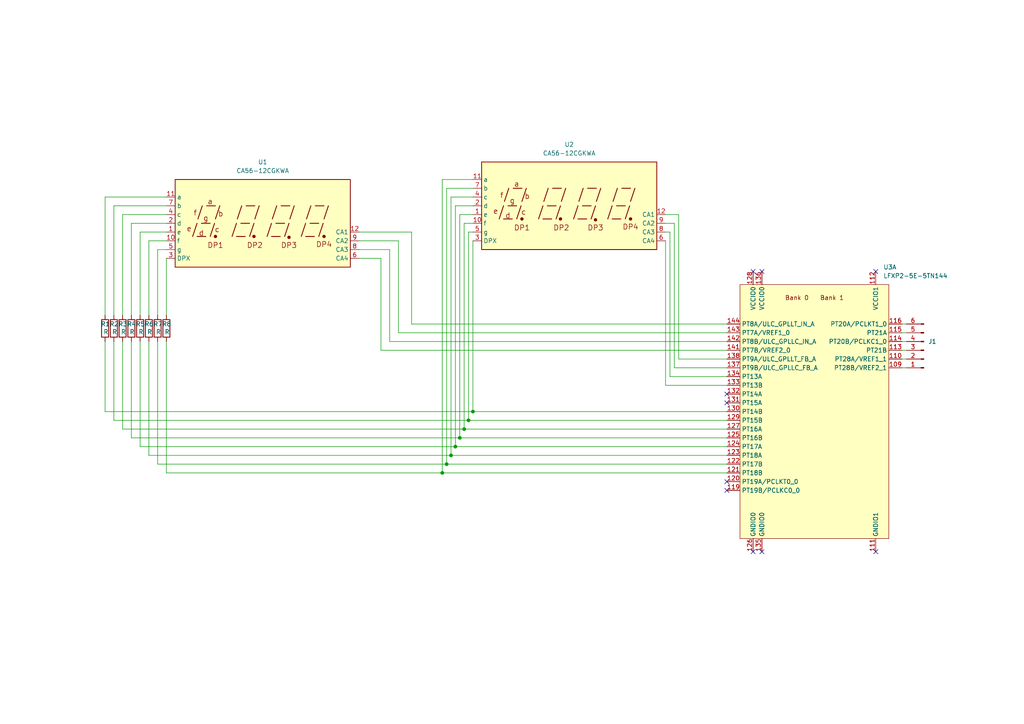
<source format=kicad_sch>
(kicad_sch (version 20231120) (generator "eeschema") (generator_version "8.0")
  (paper "A4")
  (lib_symbols
    (symbol "Connector:Conn_01x06_Pin" (pin_names (offset 1.016) hide)
      (property "Reference" "J" (at 0 7.62 0))
      (property "Value" "Conn_01x06_Pin" (at 0 -10.16 0))
      (symbol "Conn_01x06_Pin_1_1"
        (polyline (pts (xy 1.27 -7.62) (xy 0.8636 -7.62)) (stroke (width 0.1524)))
        (polyline (pts (xy 1.27 -5.08) (xy 0.8636 -5.08)) (stroke (width 0.1524)))
        (polyline (pts (xy 1.27 -2.54) (xy 0.8636 -2.54)) (stroke (width 0.1524)))
        (polyline (pts (xy 1.27 0) (xy 0.8636 0)) (stroke (width 0.1524)))
        (polyline (pts (xy 1.27 2.54) (xy 0.8636 2.54)) (stroke (width 0.1524)))
        (polyline (pts (xy 1.27 5.08) (xy 0.8636 5.08)) (stroke (width 0.1524)))
        (rectangle (start 0.8636 -7.493) (end 0 -7.747) (stroke (width 0.1524)) (fill (type outline)))
        (rectangle (start 0.8636 -4.953) (end 0 -5.207) (stroke (width 0.1524)) (fill (type outline)))
        (rectangle (start 0.8636 -2.413) (end 0 -2.667) (stroke (width 0.1524)) (fill (type outline)))
        (rectangle (start 0.8636 0.127) (end 0 -0.127) (stroke (width 0.1524)) (fill (type outline)))
        (rectangle (start 0.8636 2.667) (end 0 2.413) (stroke (width 0.1524)) (fill (type outline)))
        (rectangle (start 0.8636 5.207) (end 0 4.953) (stroke (width 0.1524)) (fill (type outline)))
        (pin passive line (at 5.08 5.08 180) (length 3.81) (name "Pin_1") (number "1"))
        (pin passive line (at 5.08 2.54 180) (length 3.81) (name "Pin_2") (number "2"))
        (pin passive line (at 5.08 0 180) (length 3.81) (name "Pin_3") (number "3"))
        (pin passive line (at 5.08 -2.54 180) (length 3.81) (name "Pin_4") (number "4"))
        (pin passive line (at 5.08 -5.08 180) (length 3.81) (name "Pin_5") (number "5"))
        (pin passive line (at 5.08 -7.62 180) (length 3.81) (name "Pin_6") (number "6"))
      )
    )
    (symbol "Device:R" (pin_numbers hide) (pin_names (offset 0))
      (property "Reference" "R" (at 2.032 0 90))
      (property "Value" "R" (at 0 0 90))
      (symbol "R_0_1"
        (rectangle (start -1.016 -2.54) (end 1.016 2.54) (stroke (width 0.254)))
      )
      (symbol "R_1_1"
        (pin passive line (at 0 3.81 270) (length 1.27) (name "~") (number "1"))
        (pin passive line (at 0 -3.81 90) (length 1.27) (name "~") (number "2"))
      )
    )
    (symbol "Display_Character:CA56-12CGKWA"
      (property "Reference" "U" (at -24.13 13.97 0))
      (property "Value" "CA56-12CGKWA" (at 17.78 13.97 0))
      (symbol "CA56-12CGKWA_0_0"
        (rectangle (start -25.4 12.7) (end 25.4 -12.7) (stroke (width 0.254)) (fill (type background)))
        (polyline (pts (xy -20.32 -3.81) (xy -19.05 0)) (stroke (width 0.254)))
        (polyline (pts (xy -19.05 -3.81) (xy -16.51 -3.81)) (stroke (width 0.254)))
        (polyline (pts (xy -18.796 1.27) (xy -17.526 5.08)) (stroke (width 0.254)))
        (polyline (pts (xy -17.78 0) (xy -15.24 0)) (stroke (width 0.254)))
        (polyline (pts (xy -16.256 5.08) (xy -13.716 5.08)) (stroke (width 0.254)))
        (polyline (pts (xy -15.24 -3.81) (xy -13.97 0)) (stroke (width 0.254)))
        (polyline (pts (xy -13.716 1.27) (xy -12.446 5.08)) (stroke (width 0.254)))
        (polyline (pts (xy -8.89 -3.81) (xy -7.62 0)) (stroke (width 0.254)))
        (polyline (pts (xy -7.62 -3.81) (xy -5.08 -3.81)) (stroke (width 0.254)))
        (polyline (pts (xy -7.366 1.27) (xy -6.096 5.08)) (stroke (width 0.254)))
        (polyline (pts (xy -6.35 0) (xy -3.81 0)) (stroke (width 0.254)))
        (polyline (pts (xy -4.826 5.08) (xy -2.286 5.08)) (stroke (width 0.254)))
        (polyline (pts (xy -3.81 -3.81) (xy -2.54 0)) (stroke (width 0.254)))
        (polyline (pts (xy -2.286 1.27) (xy -1.016 5.08)) (stroke (width 0.254)))
        (polyline (pts (xy 1.27 -3.81) (xy 2.54 0)) (stroke (width 0.254)))
        (polyline (pts (xy 2.54 -3.81) (xy 5.08 -3.81)) (stroke (width 0.254)))
        (polyline (pts (xy 2.794 1.27) (xy 4.064 5.08)) (stroke (width 0.254)))
        (polyline (pts (xy 3.81 0) (xy 6.35 0)) (stroke (width 0.254)))
        (polyline (pts (xy 5.334 5.08) (xy 7.874 5.08)) (stroke (width 0.254)))
        (polyline (pts (xy 6.35 -3.81) (xy 7.62 0)) (stroke (width 0.254)))
        (polyline (pts (xy 7.874 1.27) (xy 9.144 5.08)) (stroke (width 0.254)))
        (polyline (pts (xy 11.176 -3.81) (xy 12.446 0)) (stroke (width 0.254)))
        (polyline (pts (xy 12.446 -3.81) (xy 14.986 -3.81)) (stroke (width 0.254)))
        (polyline (pts (xy 12.7 1.27) (xy 13.97 5.08)) (stroke (width 0.254)))
        (polyline (pts (xy 13.716 0) (xy 16.256 0)) (stroke (width 0.254)))
        (polyline (pts (xy 15.24 5.08) (xy 17.78 5.08)) (stroke (width 0.254)))
        (polyline (pts (xy 16.256 -3.81) (xy 17.526 0)) (stroke (width 0.254)))
        (polyline (pts (xy 17.78 1.27) (xy 19.05 5.08)) (stroke (width 0.254)))
        (text "a" (at -15.24 6.35 0) (effects (font (size 1.524 1.524))))
        (text "b" (at -12.192 2.794 0) (effects (font (size 1.524 1.524))))
        (text "c" (at -13.208 -1.778 0) (effects (font (size 1.524 1.524))))
        (text "d" (at -17.78 -2.794 0) (effects (font (size 1.524 1.524))))
        (text "DP1" (at -13.716 -6.35 0) (effects (font (size 1.524 1.524))))
        (text "DP2" (at -2.286 -6.35 0) (effects (font (size 1.524 1.524))))
        (text "DP3" (at 7.62 -6.35 0) (effects (font (size 1.524 1.524))))
        (text "DP4" (at 17.78 -6.096 0) (effects (font (size 1.524 1.524))))
        (text "e" (at -21.336 -1.524 0) (effects (font (size 1.524 1.524))))
        (text "f" (at -19.558 3.048 0) (effects (font (size 1.524 1.524))))
        (text "g" (at -16.51 1.524 0) (effects (font (size 1.524 1.524))))
      )
      (symbol "CA56-12CGKWA_0_1"
        (circle (center -13.716 -3.81) (radius 0.3556) (stroke (width 0.254)) (fill (type outline)))
        (circle (center -2.54 -3.81) (radius 0.3556) (stroke (width 0.254)) (fill (type outline)))
      )
      (symbol "CA56-12CGKWA_1_0"
        (circle (center 7.62 -4.064) (radius 0.3556) (stroke (width 0.254)) (fill (type outline)))
        (circle (center 17.78 -3.81) (radius 0.3556) (stroke (width 0.254)) (fill (type outline)))
      )
      (symbol "CA56-12CGKWA_1_1"
        (pin input line (at -27.94 -2.54 0) (length 2.54) (name "e") (number "1"))
        (pin input line (at -27.94 -5.08 0) (length 2.54) (name "f") (number "10"))
        (pin input line (at -27.94 7.62 0) (length 2.54) (name "a") (number "11"))
        (pin input line (at 27.94 -2.54 180) (length 2.54) (name "CA1") (number "12"))
        (pin input line (at -27.94 0 0) (length 2.54) (name "d") (number "2"))
        (pin input line (at -27.94 -10.16 0) (length 2.54) (name "DPX") (number "3"))
        (pin input line (at -27.94 2.54 0) (length 2.54) (name "c") (number "4"))
        (pin input line (at -27.94 -7.62 0) (length 2.54) (name "g") (number "5"))
        (pin input line (at 27.94 -10.16 180) (length 2.54) (name "CA4") (number "6"))
        (pin input line (at -27.94 5.08 0) (length 2.54) (name "b") (number "7"))
        (pin input line (at 27.94 -7.62 180) (length 2.54) (name "CA3") (number "8"))
        (pin input line (at 27.94 -5.08 180) (length 2.54) (name "CA2") (number "9"))
      )
    )
    (symbol "FPGA_Lattice:LFXP2-5E-5TN144"
      (property "Reference" "U" (at 0 0 0))
      (property "Value" "LFXP2-5E-5TN144" (at 0 -2.54 0))
      (symbol "LFXP2-5E-5TN144_1_0"
        (text "Bank 0" (at -5.08 33.02 0) (effects (font (size 1.27 1.27))))
        (text "Bank 1" (at 5.08 33.02 0) (effects (font (size 1.27 1.27))))
      )
      (symbol "LFXP2-5E-5TN144_1_1"
        (rectangle (start -21.59 36.83) (end 21.59 -36.83) (fill (type background)))
        (pin bidirectional line (at 25.4 12.7 180) (length 3.81) (name "PT28B/VREF2_1") (number "109"))
        (pin bidirectional line (at 25.4 15.24 180) (length 3.81) (name "PT28A/VREF1_1") (number "110"))
        (pin power_in line (at 17.78 -40.64 90) (length 3.81) (name "GNDIO1") (number "111"))
        (pin power_in line (at 17.78 40.64 270) (length 3.81) (name "VCCIO1") (number "112"))
        (pin bidirectional line (at 25.4 17.78 180) (length 3.81) (name "PT21B") (number "113"))
        (pin bidirectional line (at 25.4 20.32 180) (length 3.81) (name "PT20B/PCLKC1_0") (number "114"))
        (pin bidirectional line (at 25.4 22.86 180) (length 3.81) (name "PT21A") (number "115"))
        (pin bidirectional line (at 25.4 25.4 180) (length 3.81) (name "PT20A/PCLKT1_0") (number "116"))
        (pin bidirectional line (at -25.4 -22.86 0) (length 3.81) (name "PT19B/PCLKC0_0") (number "119"))
        (pin bidirectional line (at -25.4 -20.32 0) (length 3.81) (name "PT19A/PCLKT0_0") (number "120"))
        (pin bidirectional line (at -25.4 -17.78 0) (length 3.81) (name "PT18B") (number "121"))
        (pin bidirectional line (at -25.4 -15.24 0) (length 3.81) (name "PT17B") (number "122"))
        (pin bidirectional line (at -25.4 -12.7 0) (length 3.81) (name "PT18A") (number "123"))
        (pin bidirectional line (at -25.4 -10.16 0) (length 3.81) (name "PT17A") (number "124"))
        (pin bidirectional line (at -25.4 -7.62 0) (length 3.81) (name "PT16B") (number "125"))
        (pin power_in line (at -17.78 -40.64 90) (length 3.81) (name "GNDIO0") (number "126"))
        (pin bidirectional line (at -25.4 -5.08 0) (length 3.81) (name "PT16A") (number "127"))
        (pin power_in line (at -17.78 40.64 270) (length 3.81) (name "VCCIO0") (number "128"))
        (pin bidirectional line (at -25.4 -2.54 0) (length 3.81) (name "PT15B") (number "129"))
        (pin bidirectional line (at -25.4 0 0) (length 3.81) (name "PT14B") (number "130"))
        (pin bidirectional line (at -25.4 2.54 0) (length 3.81) (name "PT15A") (number "131"))
        (pin bidirectional line (at -25.4 5.08 0) (length 3.81) (name "PT14A") (number "132"))
        (pin bidirectional line (at -25.4 7.62 0) (length 3.81) (name "PT13B") (number "133"))
        (pin bidirectional line (at -25.4 10.16 0) (length 3.81) (name "PT13A") (number "134"))
        (pin power_in line (at -15.24 -40.64 90) (length 3.81) (name "GNDIO0") (number "135"))
        (pin power_in line (at -15.24 40.64 270) (length 3.81) (name "VCCIO0") (number "136"))
        (pin bidirectional line (at -25.4 12.7 0) (length 3.81) (name "PT9B/ULC_GPLLC_FB_A") (number "137"))
        (pin bidirectional line (at -25.4 15.24 0) (length 3.81) (name "PT9A/ULC_GPLLT_FB_A") (number "138"))
        (pin bidirectional line (at -25.4 17.78 0) (length 3.81) (name "PT7B/VREF2_0") (number "141"))
        (pin bidirectional line (at -25.4 20.32 0) (length 3.81) (name "PT8B/ULC_GPLLC_IN_A") (number "142"))
        (pin bidirectional line (at -25.4 22.86 0) (length 3.81) (name "PT7A/VREF1_0") (number "143"))
        (pin bidirectional line (at -25.4 25.4 0) (length 3.81) (name "PT8A/ULC_GPLLT_IN_A") (number "144"))
      )
      (symbol "LFXP2-5E-5TN144_2_0"
        (text "Bank 2" (at -5.08 30.48 0) (effects (font (size 1.27 1.27))))
        (text "Bank 3" (at 5.08 30.48 0) (effects (font (size 1.27 1.27))))
      )
      (symbol "LFXP2-5E-5TN144_2_1"
        (rectangle (start -21.59 34.29) (end 21.59 -34.29) (fill (type background)))
        (pin bidirectional line (at -25.4 7.62 0) (length 3.81) (name "PR6B") (number "100"))
        (pin bidirectional line (at -25.4 10.16 0) (length 3.81) (name "PR7A") (number "101"))
        (pin bidirectional line (at -25.4 12.7 0) (length 3.81) (name "PR6A") (number "102"))
        (pin bidirectional line (at -25.4 15.24 0) (length 3.81) (name "PR5B") (number "103"))
        (pin bidirectional line (at -25.4 17.78 0) (length 3.81) (name "PR5A") (number "104"))
        (pin power_in line (at -15.24 38.1 270) (length 3.81) (name "VCCIO2") (number "105"))
        (pin power_in line (at -15.24 -38.1 90) (length 3.81) (name "GNDIO2") (number "106"))
        (pin bidirectional line (at -25.4 20.32 0) (length 3.81) (name "PR2B/VREF2_2") (number "107"))
        (pin bidirectional line (at -25.4 22.86 0) (length 3.81) (name "PR2A/VREF1_2") (number "108"))
        (pin bidirectional line (at 25.4 15.24 180) (length 3.81) (name "PR24A/VREF1_3") (number "73"))
        (pin bidirectional line (at 25.4 17.78 180) (length 3.81) (name "PR24B/VREF2_3") (number "74"))
        (pin power_in line (at 17.78 -38.1 90) (length 3.81) (name "GNDIO3") (number "75"))
        (pin power_in line (at 17.78 38.1 270) (length 3.81) (name "VCCIO3") (number "76"))
        (pin bidirectional line (at 25.4 20.32 180) (length 3.81) (name "PR14B/PCLK3_0") (number "77"))
        (pin bidirectional line (at 25.4 22.86 180) (length 3.81) (name "PR14A/PCLKT3_0") (number "78"))
        (pin bidirectional line (at -25.4 -20.32 0) (length 3.81) (name "PR12B/PCLK2_0") (number "87"))
        (pin bidirectional line (at -25.4 -17.78 0) (length 3.81) (name "PR12A/PCLKT2_0") (number "88"))
        (pin bidirectional line (at -25.4 -15.24 0) (length 3.81) (name "PR11B") (number "89"))
        (pin bidirectional line (at -25.4 -12.7 0) (length 3.81) (name "PR11A") (number "90"))
        (pin bidirectional line (at -25.4 -10.16 0) (length 3.81) (name "PR10B") (number "91"))
        (pin bidirectional line (at -25.4 -7.62 0) (length 3.81) (name "PR9B") (number "92"))
        (pin bidirectional line (at -25.4 -5.08 0) (length 3.81) (name "PR10A") (number "93"))
        (pin bidirectional line (at -25.4 -2.54 0) (length 3.81) (name "PR9A") (number "94"))
        (pin power_in line (at -17.78 38.1 270) (length 3.81) (name "VCCIO2") (number "95"))
        (pin bidirectional line (at -25.4 0 0) (length 3.81) (name "PR8B") (number "96"))
        (pin power_in line (at -17.78 -38.1 90) (length 3.81) (name "GNDIO2") (number "97"))
        (pin bidirectional line (at -25.4 2.54 0) (length 3.81) (name "PR8A") (number "98"))
        (pin bidirectional line (at -25.4 5.08 0) (length 3.81) (name "PR7B") (number "99"))
      )
      (symbol "LFXP2-5E-5TN144_3_0"
        (text "Bank 4" (at -5.08 30.48 0) (effects (font (size 1.27 1.27))))
        (text "Bank 5" (at 5.08 30.48 0) (effects (font (size 1.27 1.27))))
      )
      (symbol "LFXP2-5E-5TN144_3_1"
        (rectangle (start -21.59 34.29) (end 21.59 -34.29) (fill (type background)))
        (pin bidirectional line (at 25.4 22.86 180) (length 3.81) (name "PB8A") (number "37"))
        (pin bidirectional line (at 25.4 20.32 180) (length 3.81) (name "PB7A/VREF1_5") (number "38"))
        (pin bidirectional line (at 25.4 17.78 180) (length 3.81) (name "PB8B") (number "39"))
        (pin bidirectional line (at 25.4 15.24 180) (length 3.81) (name "PB7B/VREF2_5") (number "40"))
        (pin power_in line (at 17.78 -38.1 90) (length 3.81) (name "GNDIO5") (number "41"))
        (pin power_in line (at 17.78 38.1 270) (length 3.81) (name "VCCIO5") (number "42"))
        (pin bidirectional line (at 25.4 12.7 180) (length 3.81) (name "PB13B") (number "43"))
        (pin bidirectional line (at 25.4 10.16 180) (length 3.81) (name "PB13A") (number "44"))
        (pin bidirectional line (at 25.4 7.62 180) (length 3.81) (name "PB15A") (number "45"))
        (pin bidirectional line (at 25.4 5.08 180) (length 3.81) (name "PB14A") (number "46"))
        (pin bidirectional line (at 25.4 2.54 180) (length 3.81) (name "PB15B") (number "47"))
        (pin bidirectional line (at 25.4 0 180) (length 3.81) (name "PB14B") (number "48"))
        (pin power_in line (at 15.24 38.1 270) (length 3.81) (name "VCCIO5") (number "49"))
        (pin bidirectional line (at 25.4 -2.54 180) (length 3.81) (name "PB16A") (number "50"))
        (pin power_in line (at 15.24 -38.1 90) (length 3.81) (name "GNDIO5") (number "51"))
        (pin bidirectional line (at 25.4 -5.08 180) (length 3.81) (name "PB16B") (number "52"))
        (pin bidirectional line (at 25.4 -7.62 180) (length 3.81) (name "PB17A") (number "53"))
        (pin bidirectional line (at 25.4 -10.16 180) (length 3.81) (name "PB17B") (number "54"))
        (pin bidirectional line (at 25.4 -12.7 180) (length 3.81) (name "PB18A") (number "55"))
        (pin bidirectional line (at 25.4 -15.24 180) (length 3.81) (name "PB19A/PCLKT5_0") (number "56"))
        (pin bidirectional line (at 25.4 -17.78 180) (length 3.81) (name "PB18B") (number "57"))
        (pin bidirectional line (at 25.4 -20.32 180) (length 3.81) (name "PB19B/PCLKC5_0") (number "58"))
        (pin bidirectional line (at -25.4 22.86 0) (length 3.81) (name "PB20A/PCLKT4_0") (number "61"))
        (pin bidirectional line (at -25.4 20.32 0) (length 3.81) (name "PB20B/PCLKC4_0") (number "62"))
        (pin power_in line (at -17.78 38.1 270) (length 3.81) (name "VCCIO4") (number "63"))
        (pin power_in line (at -17.78 -38.1 90) (length 3.81) (name "GNDIO4") (number "64"))
        (pin bidirectional line (at -25.4 17.78 0) (length 3.81) (name "PB26A/LRC_GPLLT_IN_A") (number "65"))
        (pin bidirectional line (at -25.4 15.24 0) (length 3.81) (name "PB26B/LRC_GPLLC_IN_A") (number "66"))
        (pin bidirectional line (at -25.4 12.7 0) (length 3.81) (name "PB27A/LRC_GPLLT_FB_A") (number "69"))
        (pin bidirectional line (at -25.4 10.16 0) (length 3.81) (name "PB28A/VREF1_4") (number "70"))
        (pin bidirectional line (at -25.4 7.62 0) (length 3.81) (name "PB27B/LRC_GPLLC_FB_A") (number "71"))
        (pin bidirectional line (at -25.4 5.08 0) (length 3.81) (name "PB28B/VREF2_4") (number "72"))
      )
      (symbol "LFXP2-5E-5TN144_4_0"
        (text "Bank 6" (at -5.08 30.48 0) (effects (font (size 1.27 1.27))))
        (text "Bank 7" (at 5.08 30.48 0) (effects (font (size 1.27 1.27))))
      )
      (symbol "LFXP2-5E-5TN144_4_1"
        (rectangle (start -21.59 34.29) (end 21.59 -34.29) (fill (type background)))
        (pin bidirectional line (at 25.4 22.86 180) (length 3.81) (name "PL2A/VREF1_7") (number "1"))
        (pin bidirectional line (at 25.4 5.08 180) (length 3.81) (name "PL7B") (number "10"))
        (pin bidirectional line (at 25.4 2.54 180) (length 3.81) (name "PL8A/CSSPISN") (number "11"))
        (pin power_in line (at 15.24 -38.1 90) (length 3.81) (name "GNDIO7") (number "12"))
        (pin bidirectional line (at 25.4 0 180) (length 3.81) (name "PL8B/CSSPIN") (number "13"))
        (pin power_in line (at 15.24 38.1 270) (length 3.81) (name "VCCIO7") (number "14"))
        (pin bidirectional line (at 25.4 -2.54 180) (length 3.81) (name "PL9A") (number "15"))
        (pin bidirectional line (at 25.4 -5.08 180) (length 3.81) (name "PL10A/CCLK") (number "16"))
        (pin bidirectional line (at 25.4 -7.62 180) (length 3.81) (name "PL9B") (number "17"))
        (pin bidirectional line (at 25.4 -10.16 180) (length 3.81) (name "PL10B/SOSPI") (number "18"))
        (pin bidirectional line (at 25.4 -12.7 180) (length 3.81) (name "PL11A/SISPI") (number "19"))
        (pin bidirectional line (at 25.4 20.32 180) (length 3.81) (name "PL2B/VREF2_7") (number "2"))
        (pin bidirectional line (at 25.4 -15.24 180) (length 3.81) (name "PL11B/INITN") (number "20"))
        (pin bidirectional line (at 25.4 -17.78 180) (length 3.81) (name "PL12A/PCLKT7_0") (number "21"))
        (pin bidirectional line (at 25.4 -20.32 180) (length 3.81) (name "PL12B/PCLKC7_0") (number "22"))
        (pin bidirectional line (at -25.4 22.86 0) (length 3.81) (name "PL15A") (number "27"))
        (pin bidirectional line (at -25.4 20.32 0) (length 3.81) (name "PL14A/PCLKT6_0") (number "28"))
        (pin bidirectional line (at -25.4 17.78 0) (length 3.81) (name "PL15B") (number "29"))
        (pin power_in line (at 17.78 -38.1 90) (length 3.81) (name "GNDIO7") (number "3"))
        (pin bidirectional line (at -25.4 15.24 0) (length 3.81) (name "PL14B/PCLKC6_0") (number "30"))
        (pin bidirectional line (at -25.4 12.7 0) (length 3.81) (name "PL16B") (number "31"))
        (pin bidirectional line (at -25.4 10.16 0) (length 3.81) (name "PL16A") (number "32"))
        (pin power_in line (at -17.78 38.1 270) (length 3.81) (name "VCCIO6") (number "33"))
        (pin power_in line (at -17.78 -38.1 90) (length 3.81) (name "GNDIO6") (number "34"))
        (pin bidirectional line (at -25.4 7.62 0) (length 3.81) (name "PL25A/VREF1_6") (number "35"))
        (pin bidirectional line (at -25.4 5.08 0) (length 3.81) (name "PL25B/VREF2_6") (number "36"))
        (pin power_in line (at 17.78 38.1 270) (length 3.81) (name "VCCIO7") (number "4"))
        (pin bidirectional line (at 25.4 17.78 180) (length 3.81) (name "PL5A") (number "5"))
        (pin bidirectional line (at 25.4 15.24 180) (length 3.81) (name "PL5B") (number "6"))
        (pin bidirectional line (at 25.4 12.7 180) (length 3.81) (name "PL6A/PROGRAMN") (number "7"))
        (pin bidirectional line (at 25.4 10.16 180) (length 3.81) (name "PL6B/DONE") (number "8"))
        (pin bidirectional line (at 25.4 7.62 180) (length 3.81) (name "PL7A/CFG1") (number "9"))
      )
      (symbol "LFXP2-5E-5TN144_5_1"
        (rectangle (start -21.59 16.51) (end 21.59 -16.51) (fill (type background)))
        (pin power_in line (at -12.7 20.32 270) (length 3.81) (name "VCCAUX") (number "117"))
        (pin power_in line (at -2.54 20.32 270) (length 3.81) (name "VCC") (number "118"))
        (pin power_in line (at 15.24 -20.32 90) (length 3.81) (name "ULC_GNDPLL") (number "139"))
        (pin power_in line (at 15.24 20.32 270) (length 3.81) (name "ULC_VCCPLL") (number "140"))
        (pin power_in line (at -5.08 20.32 270) (length 3.81) (name "VCCAUX") (number "23"))
        (pin power_in line (at 5.08 20.32 270) (length 3.81) (name "VCC") (number "24"))
        (pin input line (at -25.4 5.08 0) (length 3.81) (name "TOE") (number "25"))
        (pin input line (at -25.4 2.54 0) (length 3.81) (name "CFG0") (number "26"))
        (pin power_in line (at 2.54 20.32 270) (length 3.81) (name "VCC") (number "59"))
        (pin power_in line (at -7.62 20.32 270) (length 3.81) (name "VCCAUX") (number "60"))
        (pin power_in line (at 17.78 20.32 270) (length 3.81) (name "LRC_VCCPLL") (number "67"))
        (pin power_in line (at 17.78 -20.32 90) (length 3.81) (name "LRC_GNDPLL") (number "68"))
        (pin power_in line (at 0 20.32 270) (length 3.81) (name "VCC") (number "84"))
        (pin power_in line (at -10.16 20.32 270) (length 3.81) (name "VCCAUX") (number "85"))
        (pin power_in line (at -17.78 -20.32 90) (length 3.81) (name "GND") (number "86"))
      )
      (symbol "LFXP2-5E-5TN144_6_0"
        (rectangle (start -16.51 8.89) (end 16.51 -8.89) (fill (type background)))
        (text "Bank 8" (at 0 5.08 0) (effects (font (size 1.27 1.27) (italic yes))))
      )
      (symbol "LFXP2-5E-5TN144_6_1"
        (pin input line (at -20.32 -2.54 0) (length 3.81) (name "TMS") (number "79"))
        (pin input line (at -20.32 0 0) (length 3.81) (name "TDI") (number "80"))
        (pin input line (at -20.32 2.54 0) (length 3.81) (name "TCK") (number "81"))
        (pin output line (at 20.32 0 180) (length 3.81) (name "TDO") (number "82"))
        (pin power_in line (at -7.62 12.7 270) (length 3.81) (name "VCCJ") (number "83"))
      )
    )
  )
  (junction (at 129.54 134.62))
  (junction (at 132.08 129.54))
  (junction (at 134.62 124.46))
  (junction (at 130.81 132.08))
  (junction (at 133.35 127))
  (junction (at 128.27 137.16))
  (junction (at 135.89 121.92))
  (junction (at 137.16 119.38))
  (no_connect (at 210.82 114.3))
  (no_connect (at 220.98 160.02))
  (no_connect (at 218.44 160.02))
  (no_connect (at 218.44 78.74))
  (no_connect (at 254 160.02))
  (no_connect (at 220.98 78.74))
  (no_connect (at 210.82 139.7))
  (no_connect (at 254 78.74))
  (no_connect (at 210.82 142.24))
  (no_connect (at 210.82 116.84))
  (wire (pts (xy 137.16 67.31) (xy 135.89 67.31)))
  (wire (pts (xy 194.31 109.22) (xy 194.31 67.31)))
  (wire (pts (xy 38.1 99.06) (xy 38.1 127)))
  (wire (pts (xy 193.04 111.76) (xy 210.82 111.76)))
  (wire (pts (xy 43.18 91.44) (xy 43.18 69.85)))
  (wire (pts (xy 135.89 121.92) (xy 210.82 121.92)))
  (wire (pts (xy 137.16 52.07) (xy 128.27 52.07)))
  (wire (pts (xy 261.62 106.68) (xy 262.89 106.68)))
  (wire (pts (xy 115.57 96.52) (xy 210.82 96.52)))
  (wire (pts (xy 48.26 74.93) (xy 48.26 91.44)))
  (wire (pts (xy 132.08 129.54) (xy 210.82 129.54)))
  (wire (pts (xy 38.1 64.77) (xy 48.26 64.77)))
  (wire (pts (xy 35.56 62.23) (xy 48.26 62.23)))
  (wire (pts (xy 137.16 69.85) (xy 137.16 119.38)))
  (wire (pts (xy 119.38 93.98) (xy 210.82 93.98)))
  (wire (pts (xy 137.16 64.77) (xy 134.62 64.77)))
  (wire (pts (xy 113.03 99.06) (xy 210.82 99.06)))
  (wire (pts (xy 33.02 99.06) (xy 33.02 121.92)))
  (wire (pts (xy 43.18 69.85) (xy 48.26 69.85)))
  (wire (pts (xy 134.62 124.46) (xy 210.82 124.46)))
  (wire (pts (xy 195.58 106.68) (xy 210.82 106.68)))
  (wire (pts (xy 110.49 101.6) (xy 210.82 101.6)))
  (wire (pts (xy 104.14 72.39) (xy 113.03 72.39)))
  (wire (pts (xy 194.31 67.31) (xy 193.04 67.31)))
  (wire (pts (xy 40.64 67.31) (xy 48.26 67.31)))
  (wire (pts (xy 261.62 96.52) (xy 262.89 96.52)))
  (wire (pts (xy 261.62 101.6) (xy 262.89 101.6)))
  (wire (pts (xy 196.85 104.14) (xy 210.82 104.14)))
  (wire (pts (xy 43.18 99.06) (xy 43.18 132.08)))
  (wire (pts (xy 135.89 67.31) (xy 135.89 121.92)))
  (wire (pts (xy 119.38 67.31) (xy 119.38 93.98)))
  (wire (pts (xy 38.1 91.44) (xy 38.1 64.77)))
  (wire (pts (xy 38.1 127) (xy 133.35 127)))
  (wire (pts (xy 134.62 64.77) (xy 134.62 124.46)))
  (wire (pts (xy 45.72 99.06) (xy 45.72 134.62)))
  (wire (pts (xy 193.04 62.23) (xy 196.85 62.23)))
  (wire (pts (xy 45.72 91.44) (xy 45.72 72.39)))
  (wire (pts (xy 137.16 59.69) (xy 132.08 59.69)))
  (wire (pts (xy 196.85 62.23) (xy 196.85 104.14)))
  (wire (pts (xy 40.64 99.06) (xy 40.64 129.54)))
  (wire (pts (xy 130.81 132.08) (xy 210.82 132.08)))
  (wire (pts (xy 35.56 91.44) (xy 35.56 62.23)))
  (wire (pts (xy 30.48 91.44) (xy 30.48 57.15)))
  (wire (pts (xy 129.54 54.61) (xy 129.54 134.62)))
  (wire (pts (xy 195.58 64.77) (xy 195.58 106.68)))
  (wire (pts (xy 45.72 134.62) (xy 129.54 134.62)))
  (wire (pts (xy 210.82 109.22) (xy 194.31 109.22)))
  (wire (pts (xy 113.03 72.39) (xy 113.03 99.06)))
  (wire (pts (xy 128.27 52.07) (xy 128.27 137.16)))
  (wire (pts (xy 130.81 57.15) (xy 130.81 132.08)))
  (wire (pts (xy 261.62 93.98) (xy 262.89 93.98)))
  (wire (pts (xy 115.57 69.85) (xy 115.57 96.52)))
  (wire (pts (xy 137.16 54.61) (xy 129.54 54.61)))
  (wire (pts (xy 104.14 74.93) (xy 110.49 74.93)))
  (wire (pts (xy 104.14 67.31) (xy 119.38 67.31)))
  (wire (pts (xy 137.16 57.15) (xy 130.81 57.15)))
  (wire (pts (xy 137.16 119.38) (xy 210.82 119.38)))
  (wire (pts (xy 35.56 124.46) (xy 134.62 124.46)))
  (wire (pts (xy 193.04 64.77) (xy 195.58 64.77)))
  (wire (pts (xy 128.27 137.16) (xy 210.82 137.16)))
  (wire (pts (xy 133.35 62.23) (xy 133.35 127)))
  (wire (pts (xy 40.64 91.44) (xy 40.64 67.31)))
  (wire (pts (xy 261.62 104.14) (xy 262.89 104.14)))
  (wire (pts (xy 193.04 69.85) (xy 193.04 111.76)))
  (wire (pts (xy 33.02 91.44) (xy 33.02 59.69)))
  (wire (pts (xy 30.48 57.15) (xy 48.26 57.15)))
  (wire (pts (xy 133.35 127) (xy 210.82 127)))
  (wire (pts (xy 40.64 129.54) (xy 132.08 129.54)))
  (wire (pts (xy 48.26 137.16) (xy 128.27 137.16)))
  (wire (pts (xy 132.08 59.69) (xy 132.08 129.54)))
  (wire (pts (xy 261.62 99.06) (xy 262.89 99.06)))
  (wire (pts (xy 35.56 99.06) (xy 35.56 124.46)))
  (wire (pts (xy 30.48 99.06) (xy 30.48 119.38)))
  (wire (pts (xy 33.02 59.69) (xy 48.26 59.69)))
  (wire (pts (xy 48.26 99.06) (xy 48.26 137.16)))
  (wire (pts (xy 129.54 134.62) (xy 210.82 134.62)))
  (wire (pts (xy 110.49 74.93) (xy 110.49 101.6)))
  (wire (pts (xy 137.16 62.23) (xy 133.35 62.23)))
  (wire (pts (xy 45.72 72.39) (xy 48.26 72.39)))
  (wire (pts (xy 30.48 119.38) (xy 137.16 119.38)))
  (wire (pts (xy 33.02 121.92) (xy 135.89 121.92)))
  (wire (pts (xy 43.18 132.08) (xy 130.81 132.08)))
  (wire (pts (xy 104.14 69.85) (xy 115.57 69.85)))
  (symbol (lib_id "Device:R") (at 43.18 95.25 0) (unit 1)
    (property "Reference" "R6" (at 41.91 93.98 0) (effects (justify left)))
    (property "Value" "R" (at 42.672 96.266 0) (effects (justify left)))
    (property "Footprint" "Resistor_SMD:R_0805_2012Metric" (effects (hide yes)))
    (property "Description" "Resistor" (effects (hide yes)))
  )
  (symbol (lib_id "Connector:Conn_01x06_Pin") (at 267.97 101.6 180) (unit 1)
    (property "Reference" "J1" (at 269.24 99.0599 0) (effects (justify right)))
    (property "Value" "Conn_01x06_Pin" (effects (hide yes)))
    (property "Footprint" "Connector:FanPinHeader_1x04_P2.54mm_Vertical" (effects (hide yes)))
    (property "Description" "Generic connector, single row, 01x06, script generated" (effects (hide yes)))
  )
  (symbol (lib_id "Device:R") (at 38.1 95.25 0) (unit 1)
    (property "Reference" "R4" (at 36.83 93.98 0) (effects (justify left)))
    (property "Value" "R" (at 37.592 96.266 0) (effects (justify left)))
    (property "Footprint" "Resistor_SMD:R_0805_2012Metric" (effects (hide yes)))
    (property "Description" "Resistor" (effects (hide yes)))
  )
  (symbol (lib_id "Device:R") (at 30.48 95.25 0) (unit 1)
    (property "Reference" "R1" (at 29.21 93.98 0) (effects (justify left)))
    (property "Value" "R" (at 29.972 96.266 0) (effects (justify left)))
    (property "Footprint" "Resistor_SMD:R_0805_2012Metric" (effects (hide yes)))
    (property "Description" "Resistor" (effects (hide yes)))
  )
  (symbol (lib_id "Display_Character:CA56-12CGKWA") (at 165.1 59.69 0) (unit 1)
    (property "Reference" "U2" (at 165.1 41.91 0))
    (property "Value" "CA56-12CGKWA" (at 165.1 44.45 0))
    (property "Footprint" "Display_7Segment:CA56-12CGKWA" (effects (hide yes)))
    (property "Datasheet" "http://www.kingbright.com/attachments/file/psearch/000/00/00/CA56-12CGKWA(Ver.9A).pdf" (effects (hide yes)))
    (property "Description" "4 digit 7 segment Green LED, common anode" (effects (hide yes)))
  )
  (symbol (lib_id "Device:R") (at 35.56 95.25 0) (unit 1)
    (property "Reference" "R3" (at 34.29 93.98 0) (effects (justify left)))
    (property "Value" "R" (at 35.052 96.266 0) (effects (justify left)))
    (property "Footprint" "Resistor_SMD:R_0805_2012Metric" (effects (hide yes)))
    (property "Description" "Resistor" (effects (hide yes)))
  )
  (symbol (lib_id "FPGA_Lattice:LFXP2-5E-5TN144") (at 236.22 119.38 0) (unit 1)
    (property "Reference" "U3" (at 256.1941 77.47 0) (effects (justify left)))
    (property "Value" "LFXP2-5E-5TN144" (at 256.1941 80.01 0) (effects (justify left)))
    (property "Footprint" "Package_QFP:TQFP-144_20x20mm_P0.5mm" (effects (hide yes)))
    (property "Datasheet" "http://www.latticesemi.com/view_document?document_id=24635" (effects (hide yes)))
    (property "Description" "FPGA, 5000 LUTs, 1.2V, TQFP-144" (effects (hide yes)))
  )
  (symbol (lib_id "Device:R") (at 40.64 95.25 0) (unit 1)
    (property "Reference" "R5" (at 39.37 93.98 0) (effects (justify left)))
    (property "Value" "R" (at 40.132 96.266 0) (effects (justify left)))
    (property "Footprint" "Resistor_SMD:R_0805_2012Metric" (effects (hide yes)))
    (property "Description" "Resistor" (effects (hide yes)))
  )
  (symbol (lib_id "Device:R") (at 45.72 95.25 0) (unit 1)
    (property "Reference" "R7" (at 44.45 93.98 0) (effects (justify left)))
    (property "Value" "R" (at 45.212 96.266 0) (effects (justify left)))
    (property "Footprint" "Resistor_SMD:R_0805_2012Metric" (effects (hide yes)))
    (property "Description" "Resistor" (effects (hide yes)))
  )
  (symbol (lib_id "Device:R") (at 33.02 95.25 0) (unit 1)
    (property "Reference" "R2" (at 31.75 93.98 0) (effects (justify left)))
    (property "Value" "R" (at 32.512 96.266 0) (effects (justify left)))
    (property "Footprint" "Resistor_SMD:R_0805_2012Metric" (effects (hide yes)))
    (property "Description" "Resistor" (effects (hide yes)))
  )
  (symbol (lib_id "Display_Character:CA56-12CGKWA") (at 76.2 64.77 0) (unit 1)
    (property "Reference" "U1" (at 76.2 46.99 0))
    (property "Value" "CA56-12CGKWA" (at 76.2 49.53 0))
    (property "Footprint" "Display_7Segment:CA56-12CGKWA" (effects (hide yes)))
    (property "Datasheet" "http://www.kingbright.com/attachments/file/psearch/000/00/00/CA56-12CGKWA(Ver.9A).pdf" (effects (hide yes)))
    (property "Description" "4 digit 7 segment Green LED, common anode" (effects (hide yes)))
  )
  (symbol (lib_id "Device:R") (at 48.26 95.25 0) (unit 1)
    (property "Reference" "R8" (at 46.99 93.98 0) (effects (justify left)))
    (property "Value" "R" (at 47.752 96.266 0) (effects (justify left)))
    (property "Footprint" "Resistor_SMD:R_0805_2012Metric" (effects (hide yes)))
    (property "Description" "Resistor" (effects (hide yes)))
  )
)
</source>
